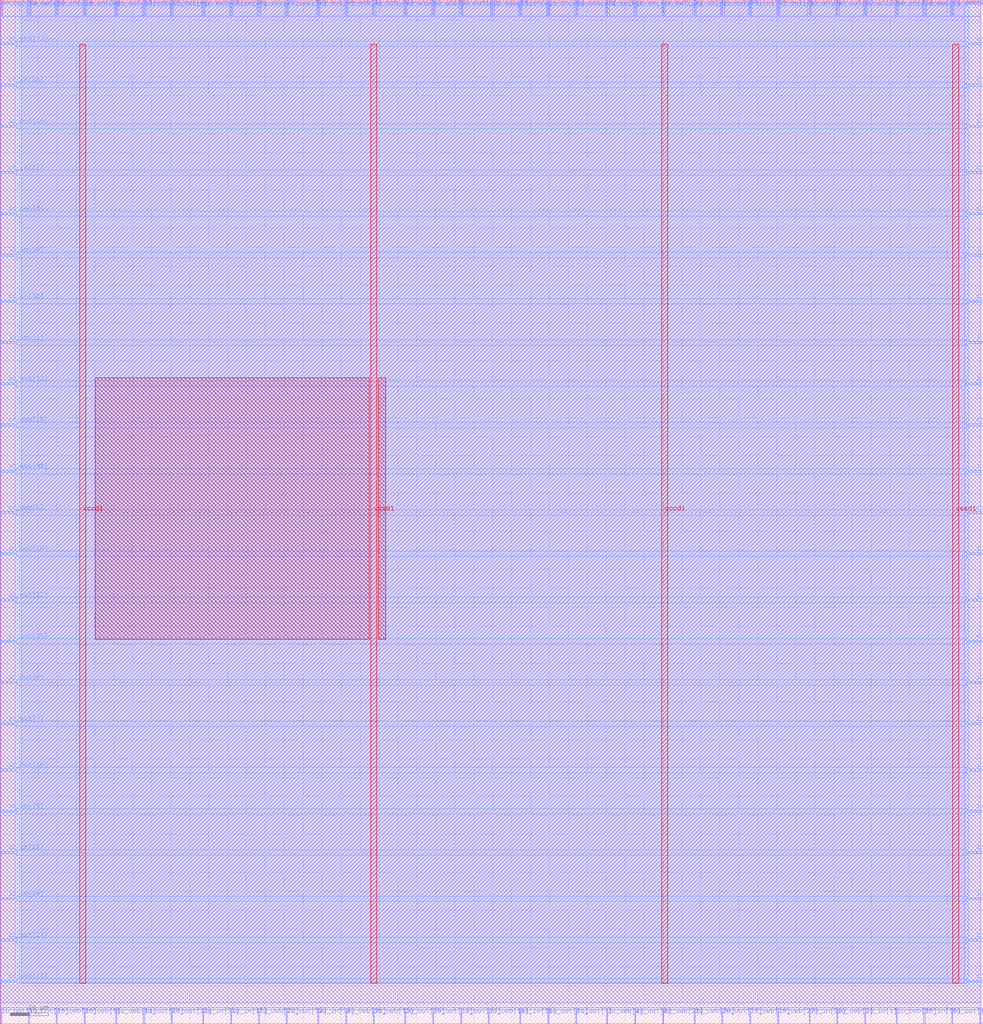
<source format=lef>
VERSION 5.7 ;
  NOWIREEXTENSIONATPIN ON ;
  DIVIDERCHAR "/" ;
  BUSBITCHARS "[]" ;
MACRO wrapped_ppm_coder
  CLASS BLOCK ;
  FOREIGN wrapped_ppm_coder ;
  ORIGIN 0.000 0.000 ;
  SIZE 259.535 BY 270.255 ;
  PIN active
    DIRECTION INPUT ;
    USE SIGNAL ;
    PORT
      LAYER met3 ;
        RECT 255.535 258.440 259.535 259.040 ;
    END
  END active
  PIN io_in[0]
    DIRECTION INPUT ;
    USE SIGNAL ;
    PORT
      LAYER met3 ;
        RECT 255.535 21.800 259.535 22.400 ;
    END
  END io_in[0]
  PIN io_in[10]
    DIRECTION INPUT ;
    USE SIGNAL ;
    PORT
      LAYER met2 ;
        RECT 60.810 266.255 61.090 270.255 ;
    END
  END io_in[10]
  PIN io_in[11]
    DIRECTION INPUT ;
    USE SIGNAL ;
    PORT
      LAYER met3 ;
        RECT 0.000 179.560 4.000 180.160 ;
    END
  END io_in[11]
  PIN io_in[12]
    DIRECTION INPUT ;
    USE SIGNAL ;
    PORT
      LAYER met2 ;
        RECT 236.530 266.255 236.810 270.255 ;
    END
  END io_in[12]
  PIN io_in[13]
    DIRECTION INPUT ;
    USE SIGNAL ;
    PORT
      LAYER met2 ;
        RECT 197.890 266.255 198.170 270.255 ;
    END
  END io_in[13]
  PIN io_in[14]
    DIRECTION INPUT ;
    USE SIGNAL ;
    PORT
      LAYER met3 ;
        RECT 0.000 202.680 4.000 203.280 ;
    END
  END io_in[14]
  PIN io_in[15]
    DIRECTION INPUT ;
    USE SIGNAL ;
    PORT
      LAYER met3 ;
        RECT 0.000 55.800 4.000 56.400 ;
    END
  END io_in[15]
  PIN io_in[16]
    DIRECTION INPUT ;
    USE SIGNAL ;
    PORT
      LAYER met2 ;
        RECT 114.170 266.255 114.450 270.255 ;
    END
  END io_in[16]
  PIN io_in[17]
    DIRECTION INPUT ;
    USE SIGNAL ;
    PORT
      LAYER met2 ;
        RECT 60.810 0.000 61.090 4.000 ;
    END
  END io_in[17]
  PIN io_in[18]
    DIRECTION INPUT ;
    USE SIGNAL ;
    PORT
      LAYER met3 ;
        RECT 0.000 44.920 4.000 45.520 ;
    END
  END io_in[18]
  PIN io_in[19]
    DIRECTION INPUT ;
    USE SIGNAL ;
    PORT
      LAYER met3 ;
        RECT 255.535 236.680 259.535 237.280 ;
    END
  END io_in[19]
  PIN io_in[1]
    DIRECTION INPUT ;
    USE SIGNAL ;
    PORT
      LAYER met2 ;
        RECT 228.250 0.000 228.530 4.000 ;
    END
  END io_in[1]
  PIN io_in[20]
    DIRECTION INPUT ;
    USE SIGNAL ;
    PORT
      LAYER met2 ;
        RECT 228.250 266.255 228.530 270.255 ;
    END
  END io_in[20]
  PIN io_in[21]
    DIRECTION INPUT ;
    USE SIGNAL ;
    PORT
      LAYER met3 ;
        RECT 0.000 224.440 4.000 225.040 ;
    END
  END io_in[21]
  PIN io_in[22]
    DIRECTION INPUT ;
    USE SIGNAL ;
    PORT
      LAYER met2 ;
        RECT 14.810 266.255 15.090 270.255 ;
    END
  END io_in[22]
  PIN io_in[23]
    DIRECTION INPUT ;
    USE SIGNAL ;
    PORT
      LAYER met3 ;
        RECT 255.535 89.800 259.535 90.400 ;
    END
  END io_in[23]
  PIN io_in[24]
    DIRECTION INPUT ;
    USE SIGNAL ;
    PORT
      LAYER met3 ;
        RECT 0.000 32.680 4.000 33.280 ;
    END
  END io_in[24]
  PIN io_in[25]
    DIRECTION INPUT ;
    USE SIGNAL ;
    PORT
      LAYER met2 ;
        RECT 22.170 266.255 22.450 270.255 ;
    END
  END io_in[25]
  PIN io_in[26]
    DIRECTION INPUT ;
    USE SIGNAL ;
    PORT
      LAYER met2 ;
        RECT 144.530 266.255 144.810 270.255 ;
    END
  END io_in[26]
  PIN io_in[27]
    DIRECTION INPUT ;
    USE SIGNAL ;
    PORT
      LAYER met3 ;
        RECT 255.535 247.560 259.535 248.160 ;
    END
  END io_in[27]
  PIN io_in[28]
    DIRECTION INPUT ;
    USE SIGNAL ;
    PORT
      LAYER met2 ;
        RECT 213.530 0.000 213.810 4.000 ;
    END
  END io_in[28]
  PIN io_in[29]
    DIRECTION INPUT ;
    USE SIGNAL ;
    PORT
      LAYER met3 ;
        RECT 255.535 44.920 259.535 45.520 ;
    END
  END io_in[29]
  PIN io_in[2]
    DIRECTION INPUT ;
    USE SIGNAL ;
    PORT
      LAYER met2 ;
        RECT 137.170 266.255 137.450 270.255 ;
    END
  END io_in[2]
  PIN io_in[30]
    DIRECTION INPUT ;
    USE SIGNAL ;
    PORT
      LAYER met2 ;
        RECT 137.170 0.000 137.450 4.000 ;
    END
  END io_in[30]
  PIN io_in[31]
    DIRECTION INPUT ;
    USE SIGNAL ;
    PORT
      LAYER met3 ;
        RECT 255.535 111.560 259.535 112.160 ;
    END
  END io_in[31]
  PIN io_in[32]
    DIRECTION INPUT ;
    USE SIGNAL ;
    PORT
      LAYER met3 ;
        RECT 0.000 190.440 4.000 191.040 ;
    END
  END io_in[32]
  PIN io_in[33]
    DIRECTION INPUT ;
    USE SIGNAL ;
    PORT
      LAYER met2 ;
        RECT 53.450 0.000 53.730 4.000 ;
    END
  END io_in[33]
  PIN io_in[34]
    DIRECTION INPUT ;
    USE SIGNAL ;
    PORT
      LAYER met2 ;
        RECT 83.810 0.000 84.090 4.000 ;
    END
  END io_in[34]
  PIN io_in[35]
    DIRECTION INPUT ;
    USE SIGNAL ;
    PORT
      LAYER met2 ;
        RECT 243.890 0.000 244.170 4.000 ;
    END
  END io_in[35]
  PIN io_in[36]
    DIRECTION INPUT ;
    USE SIGNAL ;
    PORT
      LAYER met3 ;
        RECT 0.000 247.560 4.000 248.160 ;
    END
  END io_in[36]
  PIN io_in[37]
    DIRECTION INPUT ;
    USE SIGNAL ;
    PORT
      LAYER met2 ;
        RECT 106.810 266.255 107.090 270.255 ;
    END
  END io_in[37]
  PIN io_in[3]
    DIRECTION INPUT ;
    USE SIGNAL ;
    PORT
      LAYER met3 ;
        RECT 255.535 55.800 259.535 56.400 ;
    END
  END io_in[3]
  PIN io_in[4]
    DIRECTION INPUT ;
    USE SIGNAL ;
    PORT
      LAYER met3 ;
        RECT 255.535 123.800 259.535 124.400 ;
    END
  END io_in[4]
  PIN io_in[5]
    DIRECTION INPUT ;
    USE SIGNAL ;
    PORT
      LAYER met2 ;
        RECT 160.170 266.255 160.450 270.255 ;
    END
  END io_in[5]
  PIN io_in[6]
    DIRECTION INPUT ;
    USE SIGNAL ;
    PORT
      LAYER met3 ;
        RECT 255.535 78.920 259.535 79.520 ;
    END
  END io_in[6]
  PIN io_in[7]
    DIRECTION INPUT ;
    USE SIGNAL ;
    PORT
      LAYER met2 ;
        RECT 167.530 266.255 167.810 270.255 ;
    END
  END io_in[7]
  PIN io_in[8]
    DIRECTION INPUT ;
    USE SIGNAL ;
    PORT
      LAYER met2 ;
        RECT 183.170 266.255 183.450 270.255 ;
    END
  END io_in[8]
  PIN io_in[9]
    DIRECTION INPUT ;
    USE SIGNAL ;
    PORT
      LAYER met2 ;
        RECT 213.530 266.255 213.810 270.255 ;
    END
  END io_in[9]
  PIN io_oeb[0]
    DIRECTION OUTPUT TRISTATE ;
    USE SIGNAL ;
    PORT
      LAYER met3 ;
        RECT 255.535 269.320 259.535 269.920 ;
    END
  END io_oeb[0]
  PIN io_oeb[10]
    DIRECTION OUTPUT TRISTATE ;
    USE SIGNAL ;
    PORT
      LAYER met3 ;
        RECT 255.535 213.560 259.535 214.160 ;
    END
  END io_oeb[10]
  PIN io_oeb[11]
    DIRECTION OUTPUT TRISTATE ;
    USE SIGNAL ;
    PORT
      LAYER met2 ;
        RECT 30.450 0.000 30.730 4.000 ;
    END
  END io_oeb[11]
  PIN io_oeb[12]
    DIRECTION OUTPUT TRISTATE ;
    USE SIGNAL ;
    PORT
      LAYER met2 ;
        RECT 75.530 266.255 75.810 270.255 ;
    END
  END io_oeb[12]
  PIN io_oeb[13]
    DIRECTION OUTPUT TRISTATE ;
    USE SIGNAL ;
    PORT
      LAYER met2 ;
        RECT 98.530 0.000 98.810 4.000 ;
    END
  END io_oeb[13]
  PIN io_oeb[14]
    DIRECTION OUTPUT TRISTATE ;
    USE SIGNAL ;
    PORT
      LAYER met2 ;
        RECT 128.890 0.000 129.170 4.000 ;
    END
  END io_oeb[14]
  PIN io_oeb[15]
    DIRECTION OUTPUT TRISTATE ;
    USE SIGNAL ;
    PORT
      LAYER met3 ;
        RECT 255.535 224.440 259.535 225.040 ;
    END
  END io_oeb[15]
  PIN io_oeb[16]
    DIRECTION OUTPUT TRISTATE ;
    USE SIGNAL ;
    PORT
      LAYER met2 ;
        RECT 197.890 0.000 198.170 4.000 ;
    END
  END io_oeb[16]
  PIN io_oeb[17]
    DIRECTION OUTPUT TRISTATE ;
    USE SIGNAL ;
    PORT
      LAYER met3 ;
        RECT 255.535 157.800 259.535 158.400 ;
    END
  END io_oeb[17]
  PIN io_oeb[18]
    DIRECTION OUTPUT TRISTATE ;
    USE SIGNAL ;
    PORT
      LAYER met2 ;
        RECT 129.810 266.255 130.090 270.255 ;
    END
  END io_oeb[18]
  PIN io_oeb[19]
    DIRECTION OUTPUT TRISTATE ;
    USE SIGNAL ;
    PORT
      LAYER met3 ;
        RECT 0.000 157.800 4.000 158.400 ;
    END
  END io_oeb[19]
  PIN io_oeb[1]
    DIRECTION OUTPUT TRISTATE ;
    USE SIGNAL ;
    PORT
      LAYER met2 ;
        RECT 91.170 266.255 91.450 270.255 ;
    END
  END io_oeb[1]
  PIN io_oeb[20]
    DIRECTION OUTPUT TRISTATE ;
    USE SIGNAL ;
    PORT
      LAYER met2 ;
        RECT 151.890 266.255 152.170 270.255 ;
    END
  END io_oeb[20]
  PIN io_oeb[21]
    DIRECTION OUTPUT TRISTATE ;
    USE SIGNAL ;
    PORT
      LAYER met2 ;
        RECT 174.890 0.000 175.170 4.000 ;
    END
  END io_oeb[21]
  PIN io_oeb[22]
    DIRECTION OUTPUT TRISTATE ;
    USE SIGNAL ;
    PORT
      LAYER met2 ;
        RECT 68.170 0.000 68.450 4.000 ;
    END
  END io_oeb[22]
  PIN io_oeb[23]
    DIRECTION OUTPUT TRISTATE ;
    USE SIGNAL ;
    PORT
      LAYER met3 ;
        RECT 255.535 32.680 259.535 33.280 ;
    END
  END io_oeb[23]
  PIN io_oeb[24]
    DIRECTION OUTPUT TRISTATE ;
    USE SIGNAL ;
    PORT
      LAYER met2 ;
        RECT 98.530 266.255 98.810 270.255 ;
    END
  END io_oeb[24]
  PIN io_oeb[25]
    DIRECTION OUTPUT TRISTATE ;
    USE SIGNAL ;
    PORT
      LAYER met3 ;
        RECT 255.535 168.680 259.535 169.280 ;
    END
  END io_oeb[25]
  PIN io_oeb[26]
    DIRECTION OUTPUT TRISTATE ;
    USE SIGNAL ;
    PORT
      LAYER met2 ;
        RECT 14.810 0.000 15.090 4.000 ;
    END
  END io_oeb[26]
  PIN io_oeb[27]
    DIRECTION OUTPUT TRISTATE ;
    USE SIGNAL ;
    PORT
      LAYER met2 ;
        RECT 205.250 0.000 205.530 4.000 ;
    END
  END io_oeb[27]
  PIN io_oeb[28]
    DIRECTION OUTPUT TRISTATE ;
    USE SIGNAL ;
    PORT
      LAYER met3 ;
        RECT 255.535 10.920 259.535 11.520 ;
    END
  END io_oeb[28]
  PIN io_oeb[29]
    DIRECTION OUTPUT TRISTATE ;
    USE SIGNAL ;
    PORT
      LAYER met2 ;
        RECT 251.250 266.255 251.530 270.255 ;
    END
  END io_oeb[29]
  PIN io_oeb[2]
    DIRECTION OUTPUT TRISTATE ;
    USE SIGNAL ;
    PORT
      LAYER met2 ;
        RECT 0.090 266.255 0.370 270.255 ;
    END
  END io_oeb[2]
  PIN io_oeb[30]
    DIRECTION OUTPUT TRISTATE ;
    USE SIGNAL ;
    PORT
      LAYER met2 ;
        RECT 183.170 0.000 183.450 4.000 ;
    END
  END io_oeb[30]
  PIN io_oeb[31]
    DIRECTION OUTPUT TRISTATE ;
    USE SIGNAL ;
    PORT
      LAYER met2 ;
        RECT 91.170 0.000 91.450 4.000 ;
    END
  END io_oeb[31]
  PIN io_oeb[32]
    DIRECTION OUTPUT TRISTATE ;
    USE SIGNAL ;
    PORT
      LAYER met3 ;
        RECT 0.000 258.440 4.000 259.040 ;
    END
  END io_oeb[32]
  PIN io_oeb[33]
    DIRECTION OUTPUT TRISTATE ;
    USE SIGNAL ;
    PORT
      LAYER met3 ;
        RECT 255.535 190.440 259.535 191.040 ;
    END
  END io_oeb[33]
  PIN io_oeb[34]
    DIRECTION OUTPUT TRISTATE ;
    USE SIGNAL ;
    PORT
      LAYER met3 ;
        RECT 0.000 145.560 4.000 146.160 ;
    END
  END io_oeb[34]
  PIN io_oeb[35]
    DIRECTION OUTPUT TRISTATE ;
    USE SIGNAL ;
    PORT
      LAYER met2 ;
        RECT 236.530 0.000 236.810 4.000 ;
    END
  END io_oeb[35]
  PIN io_oeb[36]
    DIRECTION OUTPUT TRISTATE ;
    USE SIGNAL ;
    PORT
      LAYER met2 ;
        RECT 37.810 266.255 38.090 270.255 ;
    END
  END io_oeb[36]
  PIN io_oeb[37]
    DIRECTION OUTPUT TRISTATE ;
    USE SIGNAL ;
    PORT
      LAYER met2 ;
        RECT 68.170 266.255 68.450 270.255 ;
    END
  END io_oeb[37]
  PIN io_oeb[3]
    DIRECTION OUTPUT TRISTATE ;
    USE SIGNAL ;
    PORT
      LAYER met3 ;
        RECT 0.000 213.560 4.000 214.160 ;
    END
  END io_oeb[3]
  PIN io_oeb[4]
    DIRECTION OUTPUT TRISTATE ;
    USE SIGNAL ;
    PORT
      LAYER met2 ;
        RECT 160.170 0.000 160.450 4.000 ;
    END
  END io_oeb[4]
  PIN io_oeb[5]
    DIRECTION OUTPUT TRISTATE ;
    USE SIGNAL ;
    PORT
      LAYER met2 ;
        RECT 22.170 0.000 22.450 4.000 ;
    END
  END io_oeb[5]
  PIN io_oeb[6]
    DIRECTION OUTPUT TRISTATE ;
    USE SIGNAL ;
    PORT
      LAYER met3 ;
        RECT 0.000 134.680 4.000 135.280 ;
    END
  END io_oeb[6]
  PIN io_oeb[7]
    DIRECTION OUTPUT TRISTATE ;
    USE SIGNAL ;
    PORT
      LAYER met2 ;
        RECT 220.890 0.000 221.170 4.000 ;
    END
  END io_oeb[7]
  PIN io_oeb[8]
    DIRECTION OUTPUT TRISTATE ;
    USE SIGNAL ;
    PORT
      LAYER met3 ;
        RECT 255.535 134.680 259.535 135.280 ;
    END
  END io_oeb[8]
  PIN io_oeb[9]
    DIRECTION OUTPUT TRISTATE ;
    USE SIGNAL ;
    PORT
      LAYER met3 ;
        RECT 255.535 66.680 259.535 67.280 ;
    END
  END io_oeb[9]
  PIN io_out[0]
    DIRECTION OUTPUT TRISTATE ;
    USE SIGNAL ;
    PORT
      LAYER met2 ;
        RECT 167.530 0.000 167.810 4.000 ;
    END
  END io_out[0]
  PIN io_out[10]
    DIRECTION OUTPUT TRISTATE ;
    USE SIGNAL ;
    PORT
      LAYER met3 ;
        RECT 0.000 236.680 4.000 237.280 ;
    END
  END io_out[10]
  PIN io_out[11]
    DIRECTION OUTPUT TRISTATE ;
    USE SIGNAL ;
    PORT
      LAYER met2 ;
        RECT 258.610 0.000 258.890 4.000 ;
    END
  END io_out[11]
  PIN io_out[12]
    DIRECTION OUTPUT TRISTATE ;
    USE SIGNAL ;
    PORT
      LAYER met3 ;
        RECT 0.000 168.680 4.000 169.280 ;
    END
  END io_out[12]
  PIN io_out[13]
    DIRECTION OUTPUT TRISTATE ;
    USE SIGNAL ;
    PORT
      LAYER met3 ;
        RECT 0.000 10.920 4.000 11.520 ;
    END
  END io_out[13]
  PIN io_out[14]
    DIRECTION OUTPUT TRISTATE ;
    USE SIGNAL ;
    PORT
      LAYER met3 ;
        RECT 255.535 179.560 259.535 180.160 ;
    END
  END io_out[14]
  PIN io_out[15]
    DIRECTION OUTPUT TRISTATE ;
    USE SIGNAL ;
    PORT
      LAYER met2 ;
        RECT 190.530 0.000 190.810 4.000 ;
    END
  END io_out[15]
  PIN io_out[16]
    DIRECTION OUTPUT TRISTATE ;
    USE SIGNAL ;
    PORT
      LAYER met3 ;
        RECT 255.535 202.680 259.535 203.280 ;
    END
  END io_out[16]
  PIN io_out[17]
    DIRECTION OUTPUT TRISTATE ;
    USE SIGNAL ;
    PORT
      LAYER met2 ;
        RECT 114.170 0.000 114.450 4.000 ;
    END
  END io_out[17]
  PIN io_out[18]
    DIRECTION OUTPUT TRISTATE ;
    USE SIGNAL ;
    PORT
      LAYER met3 ;
        RECT 0.000 66.680 4.000 67.280 ;
    END
  END io_out[18]
  PIN io_out[19]
    DIRECTION OUTPUT TRISTATE ;
    USE SIGNAL ;
    PORT
      LAYER met3 ;
        RECT 0.000 123.800 4.000 124.400 ;
    END
  END io_out[19]
  PIN io_out[1]
    DIRECTION OUTPUT TRISTATE ;
    USE SIGNAL ;
    PORT
      LAYER met2 ;
        RECT 0.090 0.000 0.370 4.000 ;
    END
  END io_out[1]
  PIN io_out[20]
    DIRECTION OUTPUT TRISTATE ;
    USE SIGNAL ;
    PORT
      LAYER met2 ;
        RECT 144.530 0.000 144.810 4.000 ;
    END
  END io_out[20]
  PIN io_out[21]
    DIRECTION OUTPUT TRISTATE ;
    USE SIGNAL ;
    PORT
      LAYER met2 ;
        RECT 53.450 266.255 53.730 270.255 ;
    END
  END io_out[21]
  PIN io_out[22]
    DIRECTION OUTPUT TRISTATE ;
    USE SIGNAL ;
    PORT
      LAYER met2 ;
        RECT 121.530 266.255 121.810 270.255 ;
    END
  END io_out[22]
  PIN io_out[23]
    DIRECTION OUTPUT TRISTATE ;
    USE SIGNAL ;
    PORT
      LAYER met2 ;
        RECT 190.530 266.255 190.810 270.255 ;
    END
  END io_out[23]
  PIN io_out[24]
    DIRECTION OUTPUT TRISTATE ;
    USE SIGNAL ;
    PORT
      LAYER met3 ;
        RECT 0.000 21.800 4.000 22.400 ;
    END
  END io_out[24]
  PIN io_out[25]
    DIRECTION OUTPUT TRISTATE ;
    USE SIGNAL ;
    PORT
      LAYER met2 ;
        RECT 37.810 0.000 38.090 4.000 ;
    END
  END io_out[25]
  PIN io_out[26]
    DIRECTION OUTPUT TRISTATE ;
    USE SIGNAL ;
    PORT
      LAYER met2 ;
        RECT 7.450 0.000 7.730 4.000 ;
    END
  END io_out[26]
  PIN io_out[27]
    DIRECTION OUTPUT TRISTATE ;
    USE SIGNAL ;
    PORT
      LAYER met2 ;
        RECT 220.890 266.255 221.170 270.255 ;
    END
  END io_out[27]
  PIN io_out[28]
    DIRECTION OUTPUT TRISTATE ;
    USE SIGNAL ;
    PORT
      LAYER met2 ;
        RECT 174.890 266.255 175.170 270.255 ;
    END
  END io_out[28]
  PIN io_out[29]
    DIRECTION OUTPUT TRISTATE ;
    USE SIGNAL ;
    PORT
      LAYER met2 ;
        RECT 106.810 0.000 107.090 4.000 ;
    END
  END io_out[29]
  PIN io_out[2]
    DIRECTION OUTPUT TRISTATE ;
    USE SIGNAL ;
    PORT
      LAYER met2 ;
        RECT 243.890 266.255 244.170 270.255 ;
    END
  END io_out[2]
  PIN io_out[30]
    DIRECTION OUTPUT TRISTATE ;
    USE SIGNAL ;
    PORT
      LAYER met2 ;
        RECT 251.250 0.000 251.530 4.000 ;
    END
  END io_out[30]
  PIN io_out[31]
    DIRECTION OUTPUT TRISTATE ;
    USE SIGNAL ;
    PORT
      LAYER met2 ;
        RECT 30.450 266.255 30.730 270.255 ;
    END
  END io_out[31]
  PIN io_out[32]
    DIRECTION OUTPUT TRISTATE ;
    USE SIGNAL ;
    PORT
      LAYER met3 ;
        RECT 0.000 111.560 4.000 112.160 ;
    END
  END io_out[32]
  PIN io_out[33]
    DIRECTION OUTPUT TRISTATE ;
    USE SIGNAL ;
    PORT
      LAYER met2 ;
        RECT 45.170 0.000 45.450 4.000 ;
    END
  END io_out[33]
  PIN io_out[34]
    DIRECTION OUTPUT TRISTATE ;
    USE SIGNAL ;
    PORT
      LAYER met2 ;
        RECT 75.530 0.000 75.810 4.000 ;
    END
  END io_out[34]
  PIN io_out[35]
    DIRECTION OUTPUT TRISTATE ;
    USE SIGNAL ;
    PORT
      LAYER met3 ;
        RECT 0.000 100.680 4.000 101.280 ;
    END
  END io_out[35]
  PIN io_out[36]
    DIRECTION OUTPUT TRISTATE ;
    USE SIGNAL ;
    PORT
      LAYER met3 ;
        RECT 255.535 145.560 259.535 146.160 ;
    END
  END io_out[36]
  PIN io_out[37]
    DIRECTION OUTPUT TRISTATE ;
    USE SIGNAL ;
    PORT
      LAYER met2 ;
        RECT 121.530 0.000 121.810 4.000 ;
    END
  END io_out[37]
  PIN io_out[3]
    DIRECTION OUTPUT TRISTATE ;
    USE SIGNAL ;
    PORT
      LAYER met3 ;
        RECT 0.000 78.920 4.000 79.520 ;
    END
  END io_out[3]
  PIN io_out[4]
    DIRECTION OUTPUT TRISTATE ;
    USE SIGNAL ;
    PORT
      LAYER met2 ;
        RECT 205.250 266.255 205.530 270.255 ;
    END
  END io_out[4]
  PIN io_out[5]
    DIRECTION OUTPUT TRISTATE ;
    USE SIGNAL ;
    PORT
      LAYER met2 ;
        RECT 45.170 266.255 45.450 270.255 ;
    END
  END io_out[5]
  PIN io_out[6]
    DIRECTION OUTPUT TRISTATE ;
    USE SIGNAL ;
    PORT
      LAYER met2 ;
        RECT 83.810 266.255 84.090 270.255 ;
    END
  END io_out[6]
  PIN io_out[7]
    DIRECTION OUTPUT TRISTATE ;
    USE SIGNAL ;
    PORT
      LAYER met2 ;
        RECT 151.890 0.000 152.170 4.000 ;
    END
  END io_out[7]
  PIN io_out[8]
    DIRECTION OUTPUT TRISTATE ;
    USE SIGNAL ;
    PORT
      LAYER met3 ;
        RECT 0.000 89.800 4.000 90.400 ;
    END
  END io_out[8]
  PIN io_out[9]
    DIRECTION OUTPUT TRISTATE ;
    USE SIGNAL ;
    PORT
      LAYER met2 ;
        RECT 7.450 266.255 7.730 270.255 ;
    END
  END io_out[9]
  PIN vccd1
    DIRECTION INPUT ;
    USE POWER ;
    PORT
      LAYER met4 ;
        RECT 21.040 10.640 22.640 258.640 ;
    END
    PORT
      LAYER met4 ;
        RECT 174.640 10.640 176.240 258.640 ;
    END
  END vccd1
  PIN vssd1
    DIRECTION INPUT ;
    USE GROUND ;
    PORT
      LAYER met4 ;
        RECT 97.840 10.640 99.440 258.640 ;
    END
    PORT
      LAYER met4 ;
        RECT 251.440 10.640 253.040 258.640 ;
    END
  END vssd1
  PIN wb_clk_i
    DIRECTION INPUT ;
    USE SIGNAL ;
    PORT
      LAYER met3 ;
        RECT 255.535 100.680 259.535 101.280 ;
    END
  END wb_clk_i
  OBS
      LAYER li1 ;
        RECT 5.520 10.795 254.695 269.535 ;
      LAYER met1 ;
        RECT 0.070 5.480 258.910 269.580 ;
      LAYER met2 ;
        RECT 0.650 265.975 7.170 269.805 ;
        RECT 8.010 265.975 14.530 269.805 ;
        RECT 15.370 265.975 21.890 269.805 ;
        RECT 22.730 265.975 30.170 269.805 ;
        RECT 31.010 265.975 37.530 269.805 ;
        RECT 38.370 265.975 44.890 269.805 ;
        RECT 45.730 265.975 53.170 269.805 ;
        RECT 54.010 265.975 60.530 269.805 ;
        RECT 61.370 265.975 67.890 269.805 ;
        RECT 68.730 265.975 75.250 269.805 ;
        RECT 76.090 265.975 83.530 269.805 ;
        RECT 84.370 265.975 90.890 269.805 ;
        RECT 91.730 265.975 98.250 269.805 ;
        RECT 99.090 265.975 106.530 269.805 ;
        RECT 107.370 265.975 113.890 269.805 ;
        RECT 114.730 265.975 121.250 269.805 ;
        RECT 122.090 265.975 129.530 269.805 ;
        RECT 130.370 265.975 136.890 269.805 ;
        RECT 137.730 265.975 144.250 269.805 ;
        RECT 145.090 265.975 151.610 269.805 ;
        RECT 152.450 265.975 159.890 269.805 ;
        RECT 160.730 265.975 167.250 269.805 ;
        RECT 168.090 265.975 174.610 269.805 ;
        RECT 175.450 265.975 182.890 269.805 ;
        RECT 183.730 265.975 190.250 269.805 ;
        RECT 191.090 265.975 197.610 269.805 ;
        RECT 198.450 265.975 204.970 269.805 ;
        RECT 205.810 265.975 213.250 269.805 ;
        RECT 214.090 265.975 220.610 269.805 ;
        RECT 221.450 265.975 227.970 269.805 ;
        RECT 228.810 265.975 236.250 269.805 ;
        RECT 237.090 265.975 243.610 269.805 ;
        RECT 244.450 265.975 250.970 269.805 ;
        RECT 251.810 265.975 258.880 269.805 ;
        RECT 0.100 4.280 258.880 265.975 ;
        RECT 0.650 3.670 7.170 4.280 ;
        RECT 8.010 3.670 14.530 4.280 ;
        RECT 15.370 3.670 21.890 4.280 ;
        RECT 22.730 3.670 30.170 4.280 ;
        RECT 31.010 3.670 37.530 4.280 ;
        RECT 38.370 3.670 44.890 4.280 ;
        RECT 45.730 3.670 53.170 4.280 ;
        RECT 54.010 3.670 60.530 4.280 ;
        RECT 61.370 3.670 67.890 4.280 ;
        RECT 68.730 3.670 75.250 4.280 ;
        RECT 76.090 3.670 83.530 4.280 ;
        RECT 84.370 3.670 90.890 4.280 ;
        RECT 91.730 3.670 98.250 4.280 ;
        RECT 99.090 3.670 106.530 4.280 ;
        RECT 107.370 3.670 113.890 4.280 ;
        RECT 114.730 3.670 121.250 4.280 ;
        RECT 122.090 3.670 128.610 4.280 ;
        RECT 129.450 3.670 136.890 4.280 ;
        RECT 137.730 3.670 144.250 4.280 ;
        RECT 145.090 3.670 151.610 4.280 ;
        RECT 152.450 3.670 159.890 4.280 ;
        RECT 160.730 3.670 167.250 4.280 ;
        RECT 168.090 3.670 174.610 4.280 ;
        RECT 175.450 3.670 182.890 4.280 ;
        RECT 183.730 3.670 190.250 4.280 ;
        RECT 191.090 3.670 197.610 4.280 ;
        RECT 198.450 3.670 204.970 4.280 ;
        RECT 205.810 3.670 213.250 4.280 ;
        RECT 214.090 3.670 220.610 4.280 ;
        RECT 221.450 3.670 227.970 4.280 ;
        RECT 228.810 3.670 236.250 4.280 ;
        RECT 237.090 3.670 243.610 4.280 ;
        RECT 244.450 3.670 250.970 4.280 ;
        RECT 251.810 3.670 258.330 4.280 ;
      LAYER met3 ;
        RECT 4.000 268.920 255.135 269.785 ;
        RECT 4.000 259.440 255.535 268.920 ;
        RECT 4.400 258.040 255.135 259.440 ;
        RECT 4.000 248.560 255.535 258.040 ;
        RECT 4.400 247.160 255.135 248.560 ;
        RECT 4.000 237.680 255.535 247.160 ;
        RECT 4.400 236.280 255.135 237.680 ;
        RECT 4.000 225.440 255.535 236.280 ;
        RECT 4.400 224.040 255.135 225.440 ;
        RECT 4.000 214.560 255.535 224.040 ;
        RECT 4.400 213.160 255.135 214.560 ;
        RECT 4.000 203.680 255.535 213.160 ;
        RECT 4.400 202.280 255.135 203.680 ;
        RECT 4.000 191.440 255.535 202.280 ;
        RECT 4.400 190.040 255.135 191.440 ;
        RECT 4.000 180.560 255.535 190.040 ;
        RECT 4.400 179.160 255.135 180.560 ;
        RECT 4.000 169.680 255.535 179.160 ;
        RECT 4.400 168.280 255.135 169.680 ;
        RECT 4.000 158.800 255.535 168.280 ;
        RECT 4.400 157.400 255.135 158.800 ;
        RECT 4.000 146.560 255.535 157.400 ;
        RECT 4.400 145.160 255.135 146.560 ;
        RECT 4.000 135.680 255.535 145.160 ;
        RECT 4.400 134.280 255.135 135.680 ;
        RECT 4.000 124.800 255.535 134.280 ;
        RECT 4.400 123.400 255.135 124.800 ;
        RECT 4.000 112.560 255.535 123.400 ;
        RECT 4.400 111.160 255.135 112.560 ;
        RECT 4.000 101.680 255.535 111.160 ;
        RECT 4.400 100.280 255.135 101.680 ;
        RECT 4.000 90.800 255.535 100.280 ;
        RECT 4.400 89.400 255.135 90.800 ;
        RECT 4.000 79.920 255.535 89.400 ;
        RECT 4.400 78.520 255.135 79.920 ;
        RECT 4.000 67.680 255.535 78.520 ;
        RECT 4.400 66.280 255.135 67.680 ;
        RECT 4.000 56.800 255.535 66.280 ;
        RECT 4.400 55.400 255.135 56.800 ;
        RECT 4.000 45.920 255.535 55.400 ;
        RECT 4.400 44.520 255.135 45.920 ;
        RECT 4.000 33.680 255.535 44.520 ;
        RECT 4.400 32.280 255.135 33.680 ;
        RECT 4.000 22.800 255.535 32.280 ;
        RECT 4.400 21.400 255.135 22.800 ;
        RECT 4.000 11.920 255.535 21.400 ;
        RECT 4.400 10.715 255.135 11.920 ;
      LAYER met4 ;
        RECT 25.135 101.495 97.440 170.505 ;
        RECT 99.840 101.495 101.825 170.505 ;
  END
END wrapped_ppm_coder
END LIBRARY


</source>
